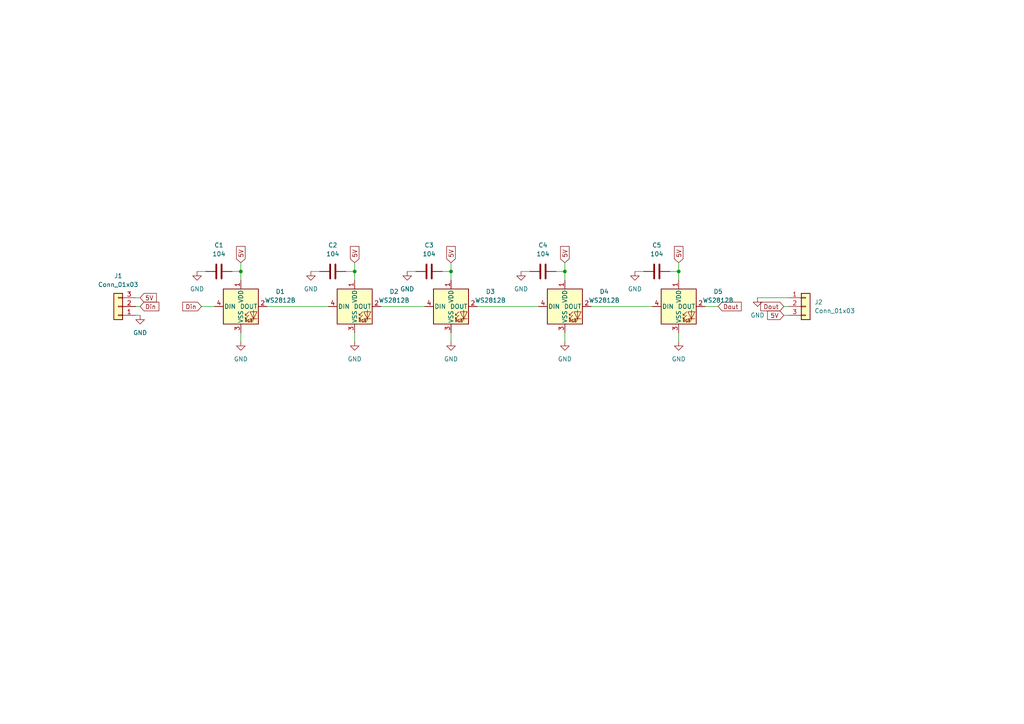
<source format=kicad_sch>
(kicad_sch (version 20211123) (generator eeschema)
  (paper "A4")
  (title_block (title "LED Card of Tetris project") (date "23/01/2022"))
  (lib_symbols
    (symbol "Connector_Generic:Conn_01x03" (pin_names (offset 1.016) hide)
      (property "Reference" "J" (at 0 5.08 0))
      (property "Value" "Conn_01x03" (at 0 -5.08 0))
      (symbol "Conn_01x03_1_1"
        (rectangle (start -1.27 -2.413) (end 0 -2.667) (stroke (width 0.1524)))
        (rectangle (start -1.27 0.127) (end 0 -0.127) (stroke (width 0.1524)))
        (rectangle (start -1.27 2.667) (end 0 2.413) (stroke (width 0.1524)))
        (rectangle (start -1.27 3.81) (end 1.27 -3.81) (stroke (width 0.254)) (fill (type background)))
        (pin passive line (at -5.08 2.54 0) (length 3.81) (name "Pin_1") (number "1"))
        (pin passive line (at -5.08 0 0) (length 3.81) (name "Pin_2") (number "2"))
        (pin passive line (at -5.08 -2.54 0) (length 3.81) (name "Pin_3") (number "3"))
      )
    )
    (symbol "Device:C" (pin_numbers hide) (pin_names (offset 0.254))
      (property "Reference" "C" (at 0.635 2.54 0))
      (property "Value" "C" (at 0.635 -2.54 0))
      (symbol "C_0_1"
        (polyline (pts (xy -2.032 -0.762) (xy 2.032 -0.762)) (stroke (width 0.508)))
        (polyline (pts (xy -2.032 0.762) (xy 2.032 0.762)) (stroke (width 0.508)))
      )
      (symbol "C_1_1"
        (pin passive line (at 0 3.81 270) (length 2.794) (name "~") (number "1"))
        (pin passive line (at 0 -3.81 90) (length 2.794) (name "~") (number "2"))
      )
    )
    (symbol "LED:WS2812B" (pin_names (offset 0.254))
      (property "Reference" "D" (at 5.08 5.715 0))
      (property "Value" "WS2812B" (at 1.27 -5.715 0))
      (symbol "WS2812B_0_0"
        (text "RGB" (at 2.286 -4.191 0) (effects (font (size 0.762 0.762))))
      )
      (symbol "WS2812B_0_1"
        (polyline (pts (xy 1.27 -3.556) (xy 1.778 -3.556)))
        (polyline (pts (xy 1.27 -2.54) (xy 1.778 -2.54)))
        (polyline (pts (xy 4.699 -3.556) (xy 2.667 -3.556)))
        (polyline (pts (xy 2.286 -2.54) (xy 1.27 -3.556) (xy 1.27 -3.048)))
        (polyline (pts (xy 2.286 -1.524) (xy 1.27 -2.54) (xy 1.27 -2.032)))
        (polyline (pts (xy 3.683 -1.016) (xy 3.683 -3.556) (xy 3.683 -4.064)))
        (polyline (pts (xy 4.699 -1.524) (xy 2.667 -1.524) (xy 3.683 -3.556) (xy 4.699 -1.524)))
        (rectangle (start 5.08 5.08) (end -5.08 -5.08) (stroke (width 0.254)) (fill (type background)))
      )
      (symbol "WS2812B_1_1"
        (pin power_in line (at 0 7.62 270) (length 2.54) (name "VDD") (number "1"))
        (pin output line (at 7.62 0 180) (length 2.54) (name "DOUT") (number "2"))
        (pin power_in line (at 0 -7.62 90) (length 2.54) (name "VSS") (number "3"))
        (pin input line (at -7.62 0 0) (length 2.54) (name "DIN") (number "4"))
      )
    )
    (symbol "power:GND" (power) (pin_names (offset 0))
      (property "Value" "GND" (at 0 -3.81 0))
      (symbol "GND_0_1"
        (polyline (pts (xy 0 0) (xy 0 -1.27) (xy 1.27 -1.27) (xy 0 -2.54) (xy -1.27 -1.27) (xy 0 -1.27)))
      )
      (symbol "GND_1_1"
        (pin power_in line (at 0 0 270) (length 0) hide (name "GND") (number "1"))
      )
    )
  )
  (junction (at 196.85 78.74))
  (junction (at 69.85 78.74))
  (junction (at 102.87 78.74))
  (junction (at 130.81 78.74))
  (junction (at 163.83 78.74))
  (wire (pts (xy 100.33 78.74) (xy 102.87 78.74)))
  (wire (pts (xy 130.81 96.52) (xy 130.81 99.06)))
  (wire (pts (xy 196.85 96.52) (xy 196.85 99.06)))
  (wire (pts (xy 130.81 76.2) (xy 130.81 78.74)))
  (wire (pts (xy 130.81 78.74) (xy 130.81 81.28)))
  (wire (pts (xy 227.33 88.9) (xy 228.6 88.9)))
  (wire (pts (xy 138.43 88.9) (xy 156.21 88.9)))
  (wire (pts (xy 204.47 88.9) (xy 208.28 88.9)))
  (wire (pts (xy 219.71 86.36) (xy 228.6 86.36)))
  (wire (pts (xy 69.85 76.2) (xy 69.85 78.74)))
  (wire (pts (xy 151.13 78.74) (xy 153.67 78.74)))
  (wire (pts (xy 39.37 86.36) (xy 40.64 86.36)))
  (wire (pts (xy 227.33 91.44) (xy 228.6 91.44)))
  (wire (pts (xy 58.42 88.9) (xy 62.23 88.9)))
  (wire (pts (xy 57.15 78.74) (xy 59.69 78.74)))
  (wire (pts (xy 67.31 78.74) (xy 69.85 78.74)))
  (wire (pts (xy 90.17 78.74) (xy 92.71 78.74)))
  (wire (pts (xy 171.45 88.9) (xy 189.23 88.9)))
  (wire (pts (xy 102.87 76.2) (xy 102.87 78.74)))
  (wire (pts (xy 102.87 78.74) (xy 102.87 81.28)))
  (wire (pts (xy 69.85 96.52) (xy 69.85 99.06)))
  (wire (pts (xy 194.31 78.74) (xy 196.85 78.74)))
  (wire (pts (xy 102.87 96.52) (xy 102.87 99.06)))
  (wire (pts (xy 39.37 91.44) (xy 40.64 91.44)))
  (wire (pts (xy 110.49 88.9) (xy 123.19 88.9)))
  (wire (pts (xy 161.29 78.74) (xy 163.83 78.74)))
  (wire (pts (xy 118.11 78.74) (xy 120.65 78.74)))
  (wire (pts (xy 163.83 78.74) (xy 163.83 81.28)))
  (wire (pts (xy 69.85 78.74) (xy 69.85 81.28)))
  (wire (pts (xy 196.85 78.74) (xy 196.85 81.28)))
  (wire (pts (xy 77.47 88.9) (xy 95.25 88.9)))
  (wire (pts (xy 196.85 76.2) (xy 196.85 78.74)))
  (wire (pts (xy 163.83 96.52) (xy 163.83 99.06)))
  (wire (pts (xy 39.37 88.9) (xy 40.64 88.9)))
  (wire (pts (xy 128.27 78.74) (xy 130.81 78.74)))
  (wire (pts (xy 184.15 78.74) (xy 186.69 78.74)))
  (wire (pts (xy 163.83 76.2) (xy 163.83 78.74)))
  (global_label "5V" (shape input) (at 196.85 76.2 90) (property "Références Inter-Feuilles" "${INTERSHEET_REFS}" (effects hide)))
  (global_label "Dout" (shape input) (at 208.28 88.9 0) (property "Références Inter-Feuilles" "${INTERSHEET_REFS}" (effects hide)))
  (global_label "Din" (shape input) (at 40.64 88.9 0) (property "Références Inter-Feuilles" "${INTERSHEET_REFS}" (effects hide)))
  (global_label "Din" (shape input) (at 58.42 88.9 180) (property "Références Inter-Feuilles" "${INTERSHEET_REFS}" (effects hide)))
  (global_label "5V" (shape input) (at 40.64 86.36 0) (property "Références Inter-Feuilles" "${INTERSHEET_REFS}" (effects hide)))
  (global_label "5V" (shape input) (at 102.87 76.2 90) (property "Références Inter-Feuilles" "${INTERSHEET_REFS}" (effects hide)))
  (global_label "5V" (shape input) (at 69.85 76.2 90) (property "Références Inter-Feuilles" "${INTERSHEET_REFS}" (effects hide)))
  (global_label "5V" (shape input) (at 130.81 76.2 90) (property "Références Inter-Feuilles" "${INTERSHEET_REFS}" (effects hide)))
  (global_label "5V" (shape input) (at 227.33 91.44 180) (property "Références Inter-Feuilles" "${INTERSHEET_REFS}" (effects hide)))
  (global_label "5V" (shape input) (at 163.83 76.2 90) (property "Références Inter-Feuilles" "${INTERSHEET_REFS}" (effects hide)))
  (global_label "Dout" (shape input) (at 227.33 88.9 180) (property "Références Inter-Feuilles" "${INTERSHEET_REFS}" (effects hide)))
  (symbol (lib_id "LED:WS2812B") (at 163.83 88.9 0) (unit 1)
    (property "Reference" "D4" (at 175.26 84.5693 0))
    (property "Value" "WS2812B" (at 175.26 87.1093 0))
    (property "Footprint" "LED_SMD:LED_WS2812B_PLCC4_5.0x5.0mm_P3.2mm" (effects hide))
    (property "Datasheet" "https://cdn-shop.adafruit.com/datasheets/WS2812B.pdf" (effects hide))
  )
  (symbol (lib_id "Connector_Generic:Conn_01x03") (at 233.68 88.9 0) (unit 1)
    (property "Reference" "J2" (at 236.22 87.6299 0) (effects (justify left)))
    (property "Value" "Conn_01x03" (at 236.22 90.1699 0) (effects (justify left)))
    (property "Footprint" "Connector_PinHeader_2.54mm:PinHeader_1x03_P2.54mm_Vertical" (effects hide))
  )
  (symbol (lib_id "Device:C") (at 157.48 78.74 270) (unit 1)
    (property "Reference" "C4" (at 157.48 71.12 90))
    (property "Value" "104" (at 157.48 73.66 90))
    (property "Footprint" "Capacitor_SMD:C_0603_1608Metric_Pad1.08x0.95mm_HandSolder" (effects hide))
  )
  (symbol (lib_id "power:GND") (at 130.81 99.06 0) (unit 1)
    (property "Reference" "#PWR07" (effects hide))
    (property "Value" "GND" (at 130.81 104.14 0))
  )
  (symbol (lib_id "Device:C") (at 96.52 78.74 270) (unit 1)
    (property "Reference" "C2" (at 96.52 71.12 90))
    (property "Value" "104" (at 96.52 73.66 90))
    (property "Footprint" "Capacitor_SMD:C_0603_1608Metric_Pad1.08x0.95mm_HandSolder" (effects hide))
  )
  (symbol (lib_id "power:GND") (at 118.11 78.74 0) (unit 1)
    (property "Reference" "#PWR06" (effects hide))
    (property "Value" "GND" (at 118.11 83.82 0))
  )
  (symbol (lib_id "power:GND") (at 184.15 78.74 0) (unit 1)
    (property "Reference" "#PWR010" (effects hide))
    (property "Value" "GND" (at 184.15 83.82 0))
  )
  (symbol (lib_id "power:GND") (at 40.64 91.44 0) (unit 1)
    (property "Reference" "#PWR01" (effects hide))
    (property "Value" "GND" (at 40.64 96.52 0))
  )
  (symbol (lib_id "LED:WS2812B") (at 69.85 88.9 0) (unit 1)
    (property "Reference" "D1" (at 81.28 84.5693 0))
    (property "Value" "WS2812B" (at 81.28 87.1093 0))
    (property "Footprint" "LED_SMD:LED_WS2812B_PLCC4_5.0x5.0mm_P3.2mm" (effects hide))
    (property "Datasheet" "https://cdn-shop.adafruit.com/datasheets/WS2812B.pdf" (effects hide))
  )
  (symbol (lib_id "power:GND") (at 163.83 99.06 0) (unit 1)
    (property "Reference" "#PWR09" (effects hide))
    (property "Value" "GND" (at 163.83 104.14 0))
  )
  (symbol (lib_id "power:GND") (at 196.85 99.06 0) (unit 1)
    (property "Reference" "#PWR011" (effects hide))
    (property "Value" "GND" (at 196.85 104.14 0))
  )
  (symbol (lib_id "Device:C") (at 124.46 78.74 270) (unit 1)
    (property "Reference" "C3" (at 124.46 71.12 90))
    (property "Value" "104" (at 124.46 73.66 90))
    (property "Footprint" "Capacitor_SMD:C_0603_1608Metric_Pad1.08x0.95mm_HandSolder" (effects hide))
  )
  (symbol (lib_id "power:GND") (at 219.71 86.36 0) (unit 1)
    (property "Reference" "#PWR012" (effects hide))
    (property "Value" "GND" (at 219.71 91.44 0))
  )
  (symbol (lib_id "power:GND") (at 90.17 78.74 0) (unit 1)
    (property "Reference" "#PWR04" (effects hide))
    (property "Value" "GND" (at 90.17 83.82 0))
  )
  (symbol (lib_id "power:GND") (at 102.87 99.06 0) (unit 1)
    (property "Reference" "#PWR05" (effects hide))
    (property "Value" "GND" (at 102.87 104.14 0))
  )
  (symbol (lib_id "power:GND") (at 151.13 78.74 0) (unit 1)
    (property "Reference" "#PWR08" (effects hide))
    (property "Value" "GND" (at 151.13 83.82 0))
  )
  (symbol (lib_id "LED:WS2812B") (at 130.81 88.9 0) (unit 1)
    (property "Reference" "D3" (at 142.24 84.5693 0))
    (property "Value" "WS2812B" (at 142.24 87.1093 0))
    (property "Footprint" "LED_SMD:LED_WS2812B_PLCC4_5.0x5.0mm_P3.2mm" (effects hide))
    (property "Datasheet" "https://cdn-shop.adafruit.com/datasheets/WS2812B.pdf" (effects hide))
  )
  (symbol (lib_id "LED:WS2812B") (at 102.87 88.9 0) (unit 1)
    (property "Reference" "D2" (at 114.3 84.5693 0))
    (property "Value" "WS2812B" (at 114.3 87.1093 0))
    (property "Footprint" "LED_SMD:LED_WS2812B_PLCC4_5.0x5.0mm_P3.2mm" (effects hide))
    (property "Datasheet" "https://cdn-shop.adafruit.com/datasheets/WS2812B.pdf" (effects hide))
  )
  (symbol (lib_id "Connector_Generic:Conn_01x03") (at 34.29 88.9 180) (unit 1)
    (property "Reference" "J1" (at 34.29 80.01 0))
    (property "Value" "Conn_01x03" (at 34.29 82.55 0))
    (property "Footprint" "Connector_PinHeader_2.54mm:PinHeader_1x03_P2.54mm_Vertical" (effects hide))
  )
  (symbol (lib_id "power:GND") (at 57.15 78.74 0) (unit 1)
    (property "Reference" "#PWR02" (effects hide))
    (property "Value" "GND" (at 57.15 83.82 0))
  )
  (symbol (lib_id "power:GND") (at 69.85 99.06 0) (unit 1)
    (property "Reference" "#PWR03" (effects hide))
    (property "Value" "GND" (at 69.85 104.14 0))
  )
  (symbol (lib_id "Device:C") (at 190.5 78.74 270) (unit 1)
    (property "Reference" "C5" (at 190.5 71.12 90))
    (property "Value" "104" (at 190.5 73.66 90))
    (property "Footprint" "Capacitor_SMD:C_0603_1608Metric_Pad1.08x0.95mm_HandSolder" (effects hide))
  )
  (symbol (lib_id "Device:C") (at 63.5 78.74 270) (unit 1)
    (property "Reference" "C1" (at 63.5 71.12 90))
    (property "Value" "104" (at 63.5 73.66 90))
    (property "Footprint" "Capacitor_SMD:C_0603_1608Metric_Pad1.08x0.95mm_HandSolder" (effects hide))
  )
  (symbol (lib_id "LED:WS2812B") (at 196.85 88.9 0) (unit 1)
    (property "Reference" "D5" (at 208.28 84.5693 0))
    (property "Value" "WS2812B" (at 208.28 87.1093 0))
    (property "Footprint" "LED_SMD:LED_WS2812B_PLCC4_5.0x5.0mm_P3.2mm" (effects hide))
    (property "Datasheet" "https://cdn-shop.adafruit.com/datasheets/WS2812B.pdf" (effects hide))
  )
)
</source>
